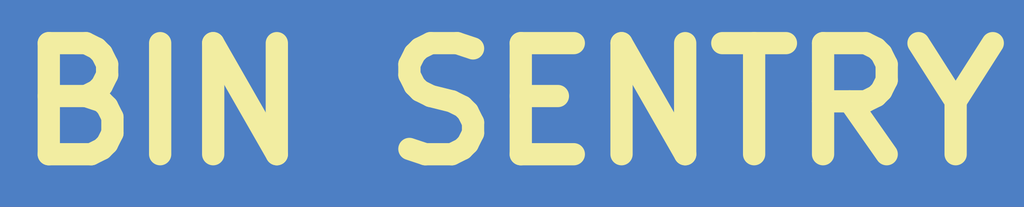
<source format=kicad_pcb>
(kicad_pcb (version 20171130) (host pcbnew "(5.1.9)-1")
  (layers (0 F.Cu signal hide) (31 B.Cu signal hide) (34 B.Paste user hide) (35 F.Paste user hide) (36 B.SilkS user hide) (37 F.SilkS user) (38 B.Mask user hide) (39 F.Mask user hide) (44 Edge.Cuts user hide))
  (net 0 "")
  (net 1 GND)
  (net 2 "Net-(C1-Pad1)")
  (net 3 +5V)
  (net 4 XTAL1)
  (net 5 XTAL2)
  (net 6 "Net-(D2-Pad2)")
  (net 7 "Net-(U2-Pad21)")
  (net 8 RESET)
  (net 9 D8)
  (net 10 D6)
  (net 11 D5)
  (net 12 TX)
  (net 13 RX)
  (net 14 SCK)
  (net 15 MISO)
  (net 16 MOSI)
  (net 17 "Net-(J7-Pad3)")
  (net 18 "Net-(C2-Pad1)")
  (net 19 "Net-(BT1-Pad1)")
  (net 20 "Net-(U2-Pad28)")
  (net 21 "Net-(U2-Pad27)")
  (net 22 "Net-(U2-Pad13)")
  (net 23 "Net-(U2-Pad26)")
  (net 24 "Net-(U2-Pad25)")
  (net 25 "Net-(U2-Pad24)")
  (net 26 "Net-(U2-Pad23)")
  (net 27 "Net-(U2-Pad6)")
  (net 28 "Net-(U2-Pad5)")
  (net 29 "Net-(U2-Pad4)")
  (net 30 "Net-(U2-Pad16)")
  (net 31 "Net-(U2-Pad15)")
  (net 32 "Net-(U3-Pad4)")
  (module Diode_THT:D_DO-41_SOD81_P10.16mm_Horizontal (layer F.Cu) (at 203.2 58.42 270)
    (fp_text reference D1 (at 3.81 3.81 90) (layer F.SilkS))
    (fp_text value 1N4007)
    (fp_text user K (at 0 -2.1 90) (layer F.SilkS))
    (pad 2 thru_hole oval (at 10.16 0 270) (size 2.2 2.2) (drill 1.1) (layers *.Cu *.Mask) (net 19 "Net-(BT1-Pad1)"))
    (pad 1 thru_hole rect (at 0 0 270) (size 2.2 2.2) (drill 1.1) (layers *.Cu *.Mask) (net 2 "Net-(C1-Pad1)"))
  )
  (module Connector_PinSocket_2.54mm:PinSocket_1x03_P2.54mm_Vertical (layer F.Cu) (at 204.1 75.375)
    (fp_text reference U4 (at 0 -2.77) (layer F.SilkS))
    (fp_text value tilt)
    (pad 3 thru_hole oval (at 0 5.08) (size 1.7 1.7) (drill 1) (layers *.Cu *.Mask) (net 30 "Net-(U2-Pad16)"))
    (pad 2 thru_hole oval (at 0 2.54) (size 1.7 1.7) (drill 1) (layers *.Cu *.Mask) (net 3 +5V))
    (pad 1 thru_hole rect (at 0 0) (size 1.7 1.7) (drill 1) (layers *.Cu *.Mask) (net 1 GND))
  )
  (module Connector_PinSocket_2.54mm:PinSocket_1x04_P2.54mm_Vertical (layer F.Cu) (at 205.475 91.15)
    (fp_text reference U3 (at 0 -2.77) (layer F.SilkS))
    (fp_text value transmitter)
    (pad 4 thru_hole oval (at 0 7.62) (size 1.7 1.7) (drill 1) (layers *.Cu *.Mask) (net 32 "Net-(U3-Pad4)"))
    (pad 3 thru_hole oval (at 0 5.08) (size 1.7 1.7) (drill 1) (layers *.Cu *.Mask) (net 31 "Net-(U2-Pad15)"))
    (pad 2 thru_hole oval (at 0 2.54) (size 1.7 1.7) (drill 1) (layers *.Cu *.Mask) (net 1 GND))
    (pad 1 thru_hole rect (at 0 0) (size 1.7 1.7) (drill 1) (layers *.Cu *.Mask) (net 3 +5V))
  )
  (module Connector_IDC:IDC-Header_2x05_P2.54mm_Vertical (layer F.Cu) (at 195.58 100.33)
    (fp_text reference J7 (at 1.27 -6.604) (layer F.SilkS))
    (fp_text value Conn_02x05_Counter_Clockwise)
    (pad 10 thru_hole oval (at 2.54 10.16) (size 1.7272 1.7272) (drill 1.016) (layers *.Cu *.Mask) (net 1 GND))
    (pad 9 thru_hole oval (at 0 10.16) (size 1.7272 1.7272) (drill 1.016) (layers *.Cu *.Mask) (net 15 MISO))
    (pad 8 thru_hole oval (at 2.54 7.62) (size 1.7272 1.7272) (drill 1.016) (layers *.Cu *.Mask) (net 1 GND))
    (pad 7 thru_hole oval (at 0 7.62) (size 1.7272 1.7272) (drill 1.016) (layers *.Cu *.Mask) (net 14 SCK))
    (pad 6 thru_hole oval (at 2.54 5.08) (size 1.7272 1.7272) (drill 1.016) (layers *.Cu *.Mask) (net 1 GND))
    (pad 5 thru_hole oval (at 0 5.08) (size 1.7272 1.7272) (drill 1.016) (layers *.Cu *.Mask) (net 8 RESET))
    (pad 4 thru_hole oval (at 2.54 2.54) (size 1.7272 1.7272) (drill 1.016) (layers *.Cu *.Mask) (net 1 GND))
    (pad 3 thru_hole oval (at 0 2.54) (size 1.7272 1.7272) (drill 1.016) (layers *.Cu *.Mask) (net 17 "Net-(J7-Pad3)"))
    (pad 2 thru_hole oval (at 2.54 0) (size 1.7272 1.7272) (drill 1.016) (layers *.Cu *.Mask) (net 3 +5V))
    (pad 1 thru_hole rect (at 0 0) (size 1.7272 1.7272) (drill 1.016) (layers *.Cu *.Mask) (net 16 MOSI))
  )
  (module Package_DIP:DIP-28_W7.62mm (layer F.Cu) (at 179.07 78.74)
    (fp_text reference U2 (at 3.81 -2.33) (layer F.SilkS))
    (fp_text value ATmega328P-PU)
    (pad 28 thru_hole oval (at 7.62 0) (size 1.6 1.6) (drill 0.8) (layers *.Cu *.Mask) (net 20 "Net-(U2-Pad28)"))
    (pad 14 thru_hole oval (at 0 33.02) (size 1.6 1.6) (drill 0.8) (layers *.Cu *.Mask) (net 9 D8))
    (pad 27 thru_hole oval (at 7.62 2.54) (size 1.6 1.6) (drill 0.8) (layers *.Cu *.Mask) (net 21 "Net-(U2-Pad27)"))
    (pad 13 thru_hole oval (at 0 30.48) (size 1.6 1.6) (drill 0.8) (layers *.Cu *.Mask) (net 22 "Net-(U2-Pad13)"))
    (pad 26 thru_hole oval (at 7.62 5.08) (size 1.6 1.6) (drill 0.8) (layers *.Cu *.Mask) (net 23 "Net-(U2-Pad26)"))
    (pad 12 thru_hole oval (at 0 27.94) (size 1.6 1.6) (drill 0.8) (layers *.Cu *.Mask) (net 10 D6))
    (pad 25 thru_hole oval (at 7.62 7.62) (size 1.6 1.6) (drill 0.8) (layers *.Cu *.Mask) (net 24 "Net-(U2-Pad25)"))
    (pad 11 thru_hole oval (at 0 25.4) (size 1.6 1.6) (drill 0.8) (layers *.Cu *.Mask) (net 11 D5))
    (pad 24 thru_hole oval (at 7.62 10.16) (size 1.6 1.6) (drill 0.8) (layers *.Cu *.Mask) (net 25 "Net-(U2-Pad24)"))
    (pad 10 thru_hole oval (at 0 22.86) (size 1.6 1.6) (drill 0.8) (layers *.Cu *.Mask) (net 5 XTAL2))
    (pad 23 thru_hole oval (at 7.62 12.7) (size 1.6 1.6) (drill 0.8) (layers *.Cu *.Mask) (net 26 "Net-(U2-Pad23)"))
    (pad 9 thru_hole oval (at 0 20.32) (size 1.6 1.6) (drill 0.8) (layers *.Cu *.Mask) (net 4 XTAL1))
    (pad 22 thru_hole oval (at 7.62 15.24) (size 1.6 1.6) (drill 0.8) (layers *.Cu *.Mask) (net 1 GND))
    (pad 8 thru_hole oval (at 0 17.78) (size 1.6 1.6) (drill 0.8) (layers *.Cu *.Mask) (net 1 GND))
    (pad 21 thru_hole oval (at 7.62 17.78) (size 1.6 1.6) (drill 0.8) (layers *.Cu *.Mask) (net 7 "Net-(U2-Pad21)"))
    (pad 7 thru_hole oval (at 0 15.24) (size 1.6 1.6) (drill 0.8) (layers *.Cu *.Mask) (net 3 +5V))
    (pad 20 thru_hole oval (at 7.62 20.32) (size 1.6 1.6) (drill 0.8) (layers *.Cu *.Mask) (net 3 +5V))
    (pad 6 thru_hole oval (at 0 12.7) (size 1.6 1.6) (drill 0.8) (layers *.Cu *.Mask) (net 27 "Net-(U2-Pad6)"))
    (pad 19 thru_hole oval (at 7.62 22.86) (size 1.6 1.6) (drill 0.8) (layers *.Cu *.Mask) (net 14 SCK))
    (pad 5 thru_hole oval (at 0 10.16) (size 1.6 1.6) (drill 0.8) (layers *.Cu *.Mask) (net 28 "Net-(U2-Pad5)"))
    (pad 18 thru_hole oval (at 7.62 25.4) (size 1.6 1.6) (drill 0.8) (layers *.Cu *.Mask) (net 15 MISO))
    (pad 4 thru_hole oval (at 0 7.62) (size 1.6 1.6) (drill 0.8) (layers *.Cu *.Mask) (net 29 "Net-(U2-Pad4)"))
    (pad 17 thru_hole oval (at 7.62 27.94) (size 1.6 1.6) (drill 0.8) (layers *.Cu *.Mask) (net 16 MOSI))
    (pad 3 thru_hole oval (at 0 5.08) (size 1.6 1.6) (drill 0.8) (layers *.Cu *.Mask) (net 12 TX))
    (pad 16 thru_hole oval (at 7.62 30.48) (size 1.6 1.6) (drill 0.8) (layers *.Cu *.Mask) (net 30 "Net-(U2-Pad16)"))
    (pad 2 thru_hole oval (at 0 2.54) (size 1.6 1.6) (drill 0.8) (layers *.Cu *.Mask) (net 13 RX))
    (pad 15 thru_hole oval (at 7.62 33.02) (size 1.6 1.6) (drill 0.8) (layers *.Cu *.Mask) (net 31 "Net-(U2-Pad15)"))
    (pad 1 thru_hole rect (at 0 0) (size 1.6 1.6) (drill 0.8) (layers *.Cu *.Mask) (net 8 RESET))
  )
  (module Crystal:Crystal_HC49-U_Vertical (layer F.Cu) (at 166.37 99.06 90)
    (fp_text reference Y1 (at 2.44 -3.525 90) (layer F.SilkS))
    (fp_text value Crystal)
    (pad 2 thru_hole circle (at 4.88 0 90) (size 1.5 1.5) (drill 0.8) (layers *.Cu *.Mask) (net 4 XTAL1))
    (pad 1 thru_hole circle (at 0 0 90) (size 1.5 1.5) (drill 0.8) (layers *.Cu *.Mask) (net 5 XTAL2))
  )
  (module Package_TO_SOT_THT:TO-220-3_Vertical (layer F.Cu) (at 191.77 66.04 90)
    (fp_text reference U1 (at 2.54 -4.27 90) (layer F.SilkS))
    (fp_text value LM7805_TO220)
    (pad 3 thru_hole oval (at 5.08 0 90) (size 1.905 2) (drill 1.1) (layers *.Cu *.Mask) (net 18 "Net-(C2-Pad1)"))
    (pad 2 thru_hole oval (at 2.54 0 90) (size 1.905 2) (drill 1.1) (layers *.Cu *.Mask) (net 1 GND))
    (pad 1 thru_hole rect (at 0 0 90) (size 1.905 2) (drill 1.1) (layers *.Cu *.Mask) (net 2 "Net-(C1-Pad1)"))
  )
  (module Button_Switch_THT:SW_Tactile_Straight_KSA0Axx1LFTR (layer F.Cu) (at 162.56 74.93 90)
    (fp_text reference SW1 (at 3.81 -2.08 90) (layer F.SilkS))
    (fp_text value SW_Push)
    (pad 2 thru_hole circle (at 0 5.08 90) (size 1.397 1.397) (drill 0.8128) (layers *.Cu *.Mask) (net 8 RESET))
    (pad 1 thru_hole circle (at 0 0 90) (size 1.397 1.397) (drill 0.8128) (layers *.Cu *.Mask) (net 1 GND))
    (pad 2 thru_hole circle (at 7.62 5.08 90) (size 1.397 1.397) (drill 0.8128) (layers *.Cu *.Mask) (net 8 RESET))
    (pad 1 thru_hole circle (at 7.62 0 90) (size 1.397 1.397) (drill 0.8128) (layers *.Cu *.Mask) (net 1 GND))
  )
  (module Resistor_THT:R_Axial_DIN0204_L3.6mm_D1.6mm_P5.08mm_Vertical (layer F.Cu) (at 177.8 64.77 90)
    (fp_text reference R2 (at 2.54 -1.92 90) (layer F.SilkS))
    (fp_text value 220)
    (pad 2 thru_hole oval (at 5.08 0 90) (size 1.4 1.4) (drill 0.7) (layers *.Cu *.Mask) (net 6 "Net-(D2-Pad2)"))
    (pad 1 thru_hole circle (at 0 0 90) (size 1.4 1.4) (drill 0.7) (layers *.Cu *.Mask) (net 18 "Net-(C2-Pad1)"))
  )
  (module Resistor_THT:R_Axial_DIN0204_L3.6mm_D1.6mm_P5.08mm_Vertical (layer F.Cu) (at 172.72 83.82 90)
    (fp_text reference R1 (at 2.54 -1.92 90) (layer F.SilkS))
    (fp_text value R)
    (pad 2 thru_hole oval (at 5.08 0 90) (size 1.4 1.4) (drill 0.7) (layers *.Cu *.Mask) (net 8 RESET))
    (pad 1 thru_hole circle (at 0 0 90) (size 1.4 1.4) (drill 0.7) (layers *.Cu *.Mask) (net 3 +5V))
  )
  (module Diode_THT:D_DO-201_P3.81mm_Vertical_AnodeUp (layer F.Cu) (at 170.18 62.23 90)
    (fp_text reference D2 (at 1.905 -3.725 90) (layer F.SilkS))
    (fp_text value LED_ALT)
    (fp_text user A (at 3.81 2.3 90) (layer F.SilkS))
    (pad 2 thru_hole oval (at 3.81 0 90) (size 2.6 2.6) (drill 1.3) (layers *.Cu *.Mask) (net 6 "Net-(D2-Pad2)"))
    (pad 1 thru_hole rect (at 0 0 90) (size 2.6 2.6) (drill 1.3) (layers *.Cu *.Mask) (net 1 GND))
  )
  (module Capacitor_THT:CP_Radial_D5.0mm_P2.50mm (layer F.Cu) (at 194.31 90.17)
    (fp_text reference C5 (at 1.25 -3.75) (layer F.SilkS))
    (fp_text value C)
    (pad 2 thru_hole circle (at 2.5 0) (size 1.6 1.6) (drill 0.8) (layers *.Cu *.Mask) (net 1 GND))
    (pad 1 thru_hole rect (at 0 0) (size 1.6 1.6) (drill 0.8) (layers *.Cu *.Mask) (net 3 +5V))
  )
  (module Capacitor_THT:CP_Radial_D5.0mm_P2.50mm (layer F.Cu) (at 168.91 113.03)
    (fp_text reference C4 (at 1.25 -3.75) (layer F.SilkS))
    (fp_text value 22p)
    (pad 2 thru_hole circle (at 2.5 0) (size 1.6 1.6) (drill 0.8) (layers *.Cu *.Mask) (net 5 XTAL2))
    (pad 1 thru_hole rect (at 0 0) (size 1.6 1.6) (drill 0.8) (layers *.Cu *.Mask) (net 1 GND))
  )
  (module Capacitor_THT:CP_Radial_D5.0mm_P2.50mm (layer F.Cu) (at 163.83 114.3 90)
    (fp_text reference C3 (at 1.25 -3.75 90) (layer F.SilkS))
    (fp_text value 22p)
    (pad 2 thru_hole circle (at 2.5 0 90) (size 1.6 1.6) (drill 0.8) (layers *.Cu *.Mask) (net 1 GND))
    (pad 1 thru_hole rect (at 0 0 90) (size 1.6 1.6) (drill 0.8) (layers *.Cu *.Mask) (net 4 XTAL1))
  )
  (module Capacitor_THT:CP_Radial_D5.0mm_P2.50mm (layer F.Cu) (at 182.88 68.58 270)
    (fp_text reference C2 (at 1.25 -3.75 90) (layer F.SilkS))
    (fp_text value 22u)
    (pad 2 thru_hole circle (at 2.5 0 270) (size 1.6 1.6) (drill 0.8) (layers *.Cu *.Mask) (net 1 GND))
    (pad 1 thru_hole rect (at 0 0 270) (size 1.6 1.6) (drill 0.8) (layers *.Cu *.Mask) (net 18 "Net-(C2-Pad1)"))
  )
  (module Capacitor_THT:CP_Radial_D5.0mm_P2.50mm (layer F.Cu) (at 196.85 72.39 90)
    (fp_text reference C1 (at 1.25 -3.75 90) (layer F.SilkS))
    (fp_text value 100u)
    (pad 2 thru_hole circle (at 2.5 0 90) (size 1.6 1.6) (drill 0.8) (layers *.Cu *.Mask) (net 1 GND))
    (pad 1 thru_hole rect (at 0 0 90) (size 1.6 1.6) (drill 0.8) (layers *.Cu *.Mask) (net 2 "Net-(C1-Pad1)"))
  )
  (gr_text "BIN SENTRY" (at 163.1 84.425) (layer F.SilkS) (effects (font (size 1.5 1.5) (thickness 0.3))))
  (gr_line (start 152.4 118.11) (end 152.4 55.88) (layer Edge.Cuts) (width 0.05))
  (gr_line (start 210.82 118.11) (end 152.4 118.11) (layer Edge.Cuts) (width 0.05))
  (gr_line (start 210.82 55.88) (end 210.82 118.11) (layer Edge.Cuts) (width 0.05))
  (gr_line (start 152.4 55.88) (end 210.82 55.88) (layer Edge.Cuts) (width 0.05))
  (segment (start 184.15 96.52) (end 186.69 93.98) (width 0.25) (layer B.Cu) (net 1))
  (segment (start 179.07 96.52) (end 184.15 96.52) (width 0.25) (layer B.Cu) (net 1))
  (segment (start 179.07 96.52) (end 171.41 104.18) (width 0.25) (layer B.Cu) (net 1))
  (segment (start 164.92 111.8) (end 163.83 111.8) (width 0.25) (layer B.Cu) (net 1))
  (segment (start 171.41 104.18) (end 171.41 105.45) (width 0.25) (layer B.Cu) (net 1))
  (segment (start 162.56 74.93) (end 162.56 67.31) (width 0.25) (layer B.Cu) (net 1))
  (segment (start 165.1 67.31) (end 170.18 62.23) (width 0.25) (layer B.Cu) (net 1))
  (segment (start 162.56 67.31) (end 165.1 67.31) (width 0.25) (layer B.Cu) (net 1))
  (segment (start 181.74863 71.08) (end 182.88 71.08) (width 0.25) (layer B.Cu) (net 1))
  (segment (start 170.18 63.78) (end 177.48 71.08) (width 0.25) (layer B.Cu) (net 1))
  (segment (start 177.48 71.08) (end 181.74863 71.08) (width 0.25) (layer B.Cu) (net 1))
  (segment (start 170.18 62.23) (end 170.18 63.78) (width 0.25) (layer B.Cu) (net 1))
  (segment (start 191.7225 63.5) (end 191.77 63.5) (width 0.25) (layer B.Cu) (net 1))
  (segment (start 190.52 64.7025) (end 191.7225 63.5) (width 0.25) (layer B.Cu) (net 1))
  (segment (start 184.19 71.08) (end 190.52 64.75) (width 0.25) (layer B.Cu) (net 1))
  (segment (start 190.52 64.75) (end 190.52 64.7025) (width 0.25) (layer B.Cu) (net 1))
  (segment (start 182.88 71.08) (end 184.19 71.08) (width 0.25) (layer B.Cu) (net 1))
  (segment (start 191.8175 63.5) (end 191.77 63.5) (width 0.25) (layer B.Cu) (net 1))
  (segment (start 196.85 68.5325) (end 191.8175 63.5) (width 0.25) (layer B.Cu) (net 1))
  (segment (start 196.85 69.89) (end 196.85 68.5325) (width 0.25) (layer B.Cu) (net 1))
  (segment (start 207.430001 66.889999) (end 208.28 66.04) (width 0.25) (layer B.Cu) (net 1))
  (segment (start 203.630001 70.689999) (end 207.430001 66.889999) (width 0.25) (layer B.Cu) (net 1))
  (segment (start 197.649999 70.689999) (end 203.630001 70.689999) (width 0.25) (layer B.Cu) (net 1))
  (segment (start 196.85 69.89) (end 197.649999 70.689999) (width 0.25) (layer B.Cu) (net 1))
  (segment (start 168.91 106.68) (end 179.07 96.52) (width 0.25) (layer B.Cu) (net 1))
  (segment (start 168.91 113.03) (end 168.91 106.68) (width 0.25) (layer B.Cu) (net 1))
  (segment (start 168.91 111.98) (end 168.91 113.03) (width 0.25) (layer B.Cu) (net 1))
  (segment (start 168.73 111.8) (end 168.91 111.98) (width 0.25) (layer B.Cu) (net 1))
  (segment (start 163.83 111.8) (end 168.73 111.8) (width 0.25) (layer B.Cu) (net 1))
  (segment (start 198.68001 102.30999) (end 198.68001 107.38999) (width 0.25) (layer B.Cu) (net 1))
  (segment (start 198.12 110.49) (end 198.12 108.820011) (width 0.25) (layer F.Cu) (net 1))
  (segment (start 201.955 90.17) (end 205.475 93.69) (width 0.25) (layer F.Cu) (net 1))
  (segment (start 196.81 90.17) (end 201.955 90.17) (width 0.25) (layer F.Cu) (net 1))
  (segment (start 188.685001 95.975001) (end 186.69 93.98) (width 0.25) (layer F.Cu) (net 1))
  (segment (start 191.004999 95.975001) (end 188.685001 95.975001) (width 0.25) (layer F.Cu) (net 1))
  (segment (start 196.81 90.17) (end 191.004999 95.975001) (width 0.25) (layer F.Cu) (net 1))
  (segment (start 202.335 75.375) (end 196.85 69.89) (width 0.25) (layer B.Cu) (net 1))
  (segment (start 204.1 75.375) (end 202.335 75.375) (width 0.25) (layer B.Cu) (net 1))
  (segment (start 198.12 105.41) (end 198.12 107.95) (width 0.25) (layer B.Cu) (net 1))
  (segment (start 199.308601 101.681399) (end 198.12 102.87) (width 0.25) (layer F.Cu) (net 1))
  (segment (start 199.308601 99.759471) (end 199.308601 101.681399) (width 0.25) (layer F.Cu) (net 1))
  (segment (start 195.524131 95.975001) (end 199.308601 99.759471) (width 0.25) (layer F.Cu) (net 1))
  (segment (start 191.004999 95.975001) (end 195.524131 95.975001) (width 0.25) (layer F.Cu) (net 1))
  (segment (start 191.77 68.36) (end 191.77 67.2425) (width 0.25) (layer F.Cu) (net 2))
  (segment (start 195.8 72.39) (end 191.77 68.36) (width 0.25) (layer F.Cu) (net 2))
  (segment (start 191.77 67.2425) (end 191.77 66.04) (width 0.25) (layer F.Cu) (net 2))
  (segment (start 196.85 72.39) (end 195.8 72.39) (width 0.25) (layer F.Cu) (net 2))
  (segment (start 191.8175 66.04) (end 193.02 64.8375) (width 0.25) (layer F.Cu) (net 2))
  (segment (start 193.02 64.8375) (end 198.0525 64.8375) (width 0.25) (layer F.Cu) (net 2))
  (segment (start 191.77 66.04) (end 191.8175 66.04) (width 0.25) (layer F.Cu) (net 2))
  (segment (start 198.0525 64.8375) (end 198.0525 64.8375) (width 0.25) (layer F.Cu) (net 2))
  (via (at 198.0525 64.8375) (size 0.8) (drill 0.4) (layers F.Cu B.Cu) (net 2))
  (via (at 198.0525 64.8375) (size 0.8) (drill 0.4) (layers F.Cu B.Cu) (net 2))
  (segment (start 201.85 58.42) (end 203.2 58.42) (width 0.25) (layer B.Cu) (net 2))
  (segment (start 198.0525 62.2175) (end 201.85 58.42) (width 0.25) (layer B.Cu) (net 2))
  (segment (start 198.0525 64.8375) (end 198.0525 62.2175) (width 0.25) (layer B.Cu) (net 2))
  (segment (start 194.31 97.57) (end 194.31 96.52) (width 0.25) (layer F.Cu) (net 3))
  (segment (start 198.34 101.6) (end 198.23 101.49) (width 0.25) (layer F.Cu) (net 3))
  (segment (start 189.23 96.52) (end 186.69 99.06) (width 0.25) (layer F.Cu) (net 3))
  (segment (start 194.31 96.52) (end 189.23 96.52) (width 0.25) (layer F.Cu) (net 3))
  (segment (start 184.15 99.06) (end 179.07 93.98) (width 0.25) (layer F.Cu) (net 3))
  (segment (start 186.69 99.06) (end 184.15 99.06) (width 0.25) (layer F.Cu) (net 3))
  (segment (start 172.72 87.63) (end 172.72 83.82) (width 0.25) (layer F.Cu) (net 3))
  (segment (start 179.07 93.98) (end 172.72 87.63) (width 0.25) (layer F.Cu) (net 3))
  (segment (start 181.83 68.58) (end 182.88 68.58) (width 0.25) (layer F.Cu) (net 3))
  (segment (start 173.745001 82.794999) (end 173.745001 76.664999) (width 0.25) (layer F.Cu) (net 3))
  (segment (start 173.745001 76.664999) (end 181.83 68.58) (width 0.25) (layer F.Cu) (net 3))
  (segment (start 172.72 83.82) (end 173.745001 82.794999) (width 0.25) (layer F.Cu) (net 3))
  (segment (start 181.61 68.58) (end 177.8 64.77) (width 0.25) (layer F.Cu) (net 3))
  (segment (start 182.88 68.58) (end 181.61 68.58) (width 0.25) (layer F.Cu) (net 3))
  (segment (start 191.7225 60.96) (end 191.77 60.96) (width 0.25) (layer F.Cu) (net 3))
  (segment (start 190.52 62.1625) (end 191.7225 60.96) (width 0.25) (layer F.Cu) (net 3))
  (segment (start 184.15 68.58) (end 190.52 62.21) (width 0.25) (layer F.Cu) (net 3))
  (segment (start 190.52 62.21) (end 190.52 62.1625) (width 0.25) (layer F.Cu) (net 3))
  (segment (start 182.88 68.58) (end 184.15 68.58) (width 0.25) (layer F.Cu) (net 3))
  (segment (start 205.74 60.96) (end 208.28 63.5) (width 0.25) (layer F.Cu) (net 3))
  (segment (start 191.77 60.96) (end 205.74 60.96) (width 0.25) (layer F.Cu) (net 3))
  (segment (start 198.23 101.49) (end 194.31 97.57) (width 0.25) (layer F.Cu) (net 3))
  (segment (start 196.85 99.06) (end 187.96 99.06) (width 0.25) (layer F.Cu) (net 3))
  (segment (start 196.85 99.06) (end 186.69 99.06) (width 0.25) (layer F.Cu) (net 3))
  (segment (start 198.12 100.33) (end 196.85 99.06) (width 0.25) (layer F.Cu) (net 3))
  (segment (start 195.435001 89.044999) (end 194.31 90.17) (width 0.25) (layer F.Cu) (net 3))
  (segment (start 203.369999 89.044999) (end 195.435001 89.044999) (width 0.25) (layer F.Cu) (net 3))
  (segment (start 205.475 91.15) (end 203.369999 89.044999) (width 0.25) (layer F.Cu) (net 3))
  (segment (start 204.1 77.915) (end 194.175 87.84) (width 0.25) (layer B.Cu) (net 3))
  (segment (start 194.175 90.035) (end 194.31 90.17) (width 0.25) (layer B.Cu) (net 3))
  (segment (start 194.175 87.84) (end 194.175 90.035) (width 0.25) (layer B.Cu) (net 3))
  (segment (start 174.19 94.18) (end 179.07 99.06) (width 0.25) (layer F.Cu) (net 4))
  (segment (start 166.37 94.18) (end 174.19 94.18) (width 0.25) (layer F.Cu) (net 4))
  (segment (start 166.37 94.18) (end 160.02 100.53) (width 0.25) (layer F.Cu) (net 4))
  (segment (start 160.02 111.54) (end 162.78 114.3) (width 0.25) (layer F.Cu) (net 4))
  (segment (start 162.78 114.3) (end 163.83 114.3) (width 0.25) (layer F.Cu) (net 4))
  (segment (start 160.02 100.53) (end 160.02 111.54) (width 0.25) (layer F.Cu) (net 4))
  (segment (start 176.53 99.06) (end 179.07 101.6) (width 0.25) (layer F.Cu) (net 5))
  (segment (start 166.37 99.06) (end 176.53 99.06) (width 0.25) (layer F.Cu) (net 5))
  (segment (start 171.41 109.26) (end 179.07 101.6) (width 0.25) (layer B.Cu) (net 5))
  (segment (start 171.41 113.03) (end 171.41 109.26) (width 0.25) (layer B.Cu) (net 5))
  (segment (start 208.28 68.58) (end 203.2 68.58) (width 0.25) (layer F.Cu) (net 19))
  (segment (start 171.45 59.69) (end 170.18 58.42) (width 0.25) (layer F.Cu) (net 6))
  (segment (start 177.8 59.69) (end 171.45 59.69) (width 0.25) (layer F.Cu) (net 6))
  (segment (start 168.91 74.93) (end 172.72 78.74) (width 0.25) (layer F.Cu) (net 8))
  (segment (start 167.64 74.93) (end 168.91 74.93) (width 0.25) (layer F.Cu) (net 8))
  (segment (start 167.64 74.93) (end 167.64 67.31) (width 0.25) (layer F.Cu) (net 8))
  (segment (start 176.994999 77.714999) (end 166.125001 77.714999) (width 0.25) (layer B.Cu) (net 8))
  (segment (start 179.07 78.74) (end 178.02 78.74) (width 0.25) (layer B.Cu) (net 8))
  (segment (start 178.02 78.74) (end 176.994999 77.714999) (width 0.25) (layer B.Cu) (net 8))
  (segment (start 166.125001 76.444999) (end 167.64 74.93) (width 0.25) (layer B.Cu) (net 8))
  (segment (start 166.125001 77.714999) (end 166.125001 76.444999) (width 0.25) (layer B.Cu) (net 8))
  (segment (start 195.58 105.41) (end 189.23 99.06) (width 0.25) (layer B.Cu) (net 8))
  (segment (start 189.23 99.06) (end 189.23 95.25) (width 0.25) (layer B.Cu) (net 8))
  (via (at 189.23 95.25) (size 0.8) (drill 0.4) (layers F.Cu B.Cu) (net 8))
  (segment (start 180.12 78.74) (end 179.07 78.74) (width 0.25) (layer F.Cu) (net 8))
  (segment (start 180.195001 78.815001) (end 180.12 78.74) (width 0.25) (layer F.Cu) (net 8))
  (segment (start 180.195001 86.610003) (end 180.195001 78.815001) (width 0.25) (layer F.Cu) (net 8))
  (segment (start 186.149999 92.565001) (end 180.195001 86.610003) (width 0.25) (layer F.Cu) (net 8))
  (segment (start 187.110686 92.565001) (end 186.149999 92.565001) (width 0.25) (layer F.Cu) (net 8))
  (segment (start 189.23 94.684315) (end 187.110686 92.565001) (width 0.25) (layer F.Cu) (net 8))
  (segment (start 189.23 95.25) (end 189.23 94.684315) (width 0.25) (layer F.Cu) (net 8))
  (segment (start 193.04 88.9) (end 193.04 88.9) (width 0.25) (layer B.Cu) (net 25))
  (via (at 193.04 88.9) (size 0.8) (drill 0.4) (layers F.Cu B.Cu) (net 25))
  (segment (start 186.69 88.9) (end 193.04 88.9) (width 0.25) (layer F.Cu) (net 25))
  (segment (start 186.69 91.44) (end 191.77 91.44) (width 0.25) (layer F.Cu) (net 26))
  (segment (start 191.77 91.44) (end 193.04 91.44) (width 0.25) (layer F.Cu) (net 26))
  (segment (start 193.04 91.44) (end 193.04 91.44) (width 0.25) (layer F.Cu) (net 26))
  (segment (start 186.69 109.22) (end 187.539999 108.370001) (width 0.25) (layer F.Cu) (net 30))
  (segment (start 186.69 101.6) (end 187.489999 102.399999) (width 0.25) (layer F.Cu) (net 14))
  (via (at 193.04 110.49) (size 0.8) (drill 0.4) (layers F.Cu B.Cu) (net 14))
  (segment (start 186.294998 110.49) (end 193.04 110.49) (width 0.25) (layer B.Cu) (net 14))
  (segment (start 185.11499 109.309992) (end 186.294998 110.49) (width 0.25) (layer B.Cu) (net 14))
  (segment (start 186.69 101.6) (end 185.11499 103.17501) (width 0.25) (layer B.Cu) (net 14))
  (segment (start 185.11499 103.17501) (end 185.11499 109.309992) (width 0.25) (layer B.Cu) (net 14))
  (segment (start 193.675 109.855) (end 194.709989 108.820011) (width 0.25) (layer F.Cu) (net 14))
  (segment (start 193.04 110.49) (end 193.675 109.855) (width 0.25) (layer F.Cu) (net 14))
  (via (at 195.58 107.645001) (size 0.8) (drill 0.4) (layers F.Cu B.Cu) (net 14))
  (segment (start 186.294998 110.49) (end 185.564999 109.760001) (width 0.25) (layer F.Cu) (net 14))
  (segment (start 193.04 110.49) (end 186.294998 110.49) (width 0.25) (layer F.Cu) (net 14))
  (segment (start 185.564999 108.679999) (end 186.325007 107.919991) (width 0.25) (layer F.Cu) (net 14))
  (segment (start 185.564999 109.760001) (end 185.564999 108.679999) (width 0.25) (layer F.Cu) (net 14))
  (segment (start 186.325007 107.919991) (end 195.30501 107.919991) (width 0.25) (layer F.Cu) (net 14))
  (segment (start 195.30501 107.919991) (end 195.58 107.645001) (width 0.25) (layer F.Cu) (net 14))
  (segment (start 186.69 104.14) (end 187.489999 103.340001) (width 0.25) (layer F.Cu) (net 15))
  (segment (start 194.716401 109.626401) (end 195.58 110.49) (width 0.25) (layer B.Cu) (net 15))
  (segment (start 193.184999 108.094999) (end 194.716401 109.626401) (width 0.25) (layer B.Cu) (net 15))
  (segment (start 185.564999 107.220001) (end 186.439997 108.094999) (width 0.25) (layer B.Cu) (net 15))
  (segment (start 186.439997 108.094999) (end 193.184999 108.094999) (width 0.25) (layer B.Cu) (net 15))
  (segment (start 185.564999 105.265001) (end 185.564999 107.220001) (width 0.25) (layer B.Cu) (net 15))
  (segment (start 186.69 104.14) (end 185.564999 105.265001) (width 0.25) (layer B.Cu) (net 15))
  (segment (start 186.69 106.68) (end 187.539999 105.830001) (width 0.25) (layer F.Cu) (net 16))
  (segment (start 195.58 99.2164) (end 195.58 100.33) (width 0.25) (layer B.Cu) (net 16))
  (segment (start 190.888599 94.524999) (end 195.58 99.2164) (width 0.25) (layer B.Cu) (net 16))
  (segment (start 188.881999 94.524999) (end 190.888599 94.524999) (width 0.25) (layer B.Cu) (net 16))
  (segment (start 188.504999 94.901999) (end 188.881999 94.524999) (width 0.25) (layer B.Cu) (net 16))
  (segment (start 188.504999 104.865001) (end 188.504999 94.901999) (width 0.25) (layer B.Cu) (net 16))
  (segment (start 186.69 106.68) (end 188.504999 104.865001) (width 0.25) (layer B.Cu) (net 16))
  (segment (start 181.61 68.58) (end 177.8 64.77) (width 0.25) (layer B.Cu) (net 18))
  (segment (start 182.88 68.58) (end 181.61 68.58) (width 0.25) (layer B.Cu) (net 18))
  (segment (start 184.15 68.58) (end 191.77 60.96) (width 0.25) (layer B.Cu) (net 18))
  (segment (start 182.88 68.58) (end 184.15 68.58) (width 0.25) (layer B.Cu) (net 18))
  (segment (start 197.21913 113.15) (end 190.15 113.15) (width 0.25) (layer F.Cu) (net 30))
  (segment (start 206.650001 103.719129) (end 197.21913 113.15) (width 0.25) (layer F.Cu) (net 30))
  (segment (start 206.650001 83.005001) (end 206.650001 103.719129) (width 0.25) (layer F.Cu) (net 30))
  (via (at 190.15 113.15) (size 0.8) (drill 0.4) (layers F.Cu B.Cu) (net 30))
  (segment (start 204.1 80.455) (end 206.650001 83.005001) (width 0.25) (layer F.Cu) (net 30))
  (segment (start 192.843002 109.22) (end 186.69 109.22) (width 0.25) (layer B.Cu) (net 30))
  (segment (start 193.765001 110.141999) (end 192.843002 109.22) (width 0.25) (layer B.Cu) (net 30))
  (segment (start 193.765001 110.838001) (end 193.765001 110.141999) (width 0.25) (layer B.Cu) (net 30))
  (segment (start 191.453002 113.15) (end 193.765001 110.838001) (width 0.25) (layer B.Cu) (net 30))
  (segment (start 190.15 113.15) (end 191.453002 113.15) (width 0.25) (layer B.Cu) (net 30))
  (segment (start 193.765001 110.838001) (end 192.843002 111.76) (width 0.25) (layer F.Cu) (net 31))
  (segment (start 193.765001 110.401409) (end 193.765001 110.838001) (width 0.25) (layer F.Cu) (net 31))
  (segment (start 196.150529 109.138601) (end 195.027809 109.138601) (width 0.25) (layer F.Cu) (net 31))
  (segment (start 196.768601 108.520529) (end 196.150529 109.138601) (width 0.25) (layer F.Cu) (net 31))
  (segment (start 196.768601 105.002269) (end 196.768601 108.520529) (width 0.25) (layer F.Cu) (net 31))
  (segment (start 195.027809 109.138601) (end 193.765001 110.401409) (width 0.25) (layer F.Cu) (net 31))
  (segment (start 197.549471 104.221399) (end 196.768601 105.002269) (width 0.25) (layer F.Cu) (net 31))
  (segment (start 192.843002 111.76) (end 186.69 111.76) (width 0.25) (layer F.Cu) (net 31))
  (segment (start 199.308601 103.440529) (end 198.527731 104.221399) (width 0.25) (layer F.Cu) (net 31))
  (segment (start 199.308601 102.396399) (end 199.308601 103.440529) (width 0.25) (layer F.Cu) (net 31))
  (segment (start 198.527731 104.221399) (end 197.549471 104.221399) (width 0.25) (layer F.Cu) (net 31))
  (segment (start 205.475 96.23) (end 199.308601 102.396399) (width 0.25) (layer F.Cu) (net 31))
  (zone (net 1) (net_name GND) (layer B.Cu) (connect_pads (clearance 0.508)) (min_thickness 0.254) (fill yes (arc_segments 32) (thermal_gap 0.508) (thermal_bridge_width 0.508))
    (polygon (pts (xy 153.67 57.15) (xy 209.55 57.15) (xy 209.55 116.84) (xy 153.67 116.84)))
  )
  (zone (net 3) (net_name +5V) (layer F.Cu) (connect_pads (clearance 0.508)) (min_thickness 0.254) (fill yes (arc_segments 32) (thermal_gap 0.508) (thermal_bridge_width 0.508))
    (polygon (pts (xy 152.4 55.88) (xy 210.82 55.88) (xy 210.82 118.11) (xy 152.4 118.11)))
  )
)
</source>
